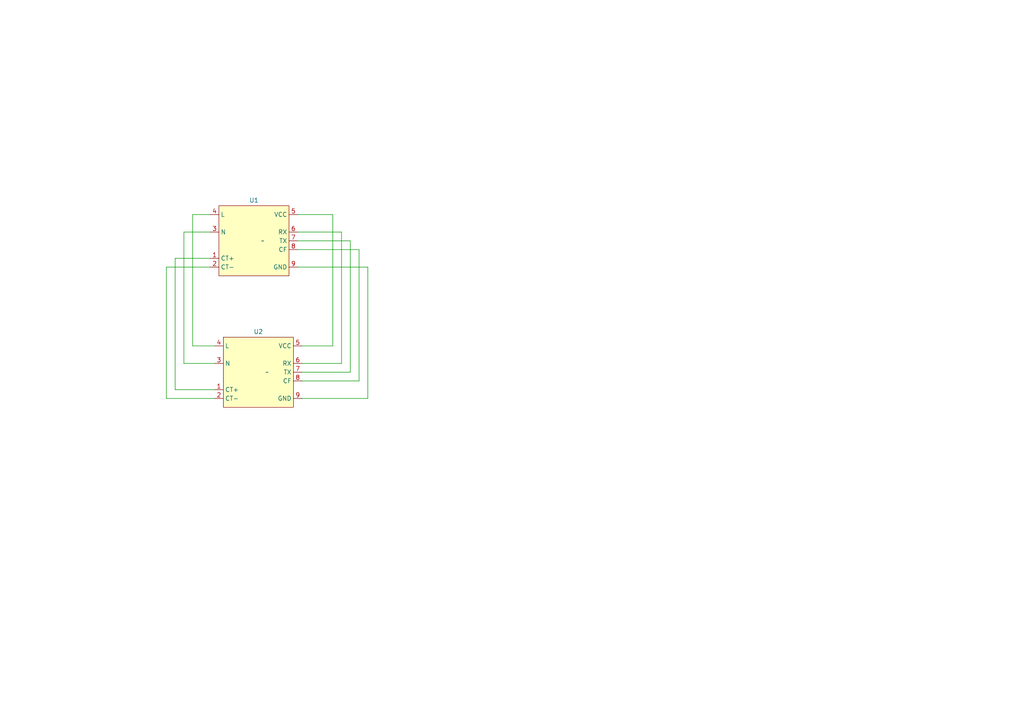
<source format=kicad_sch>
(kicad_sch (version 20230121) (generator eeschema)
  (paper "A4")
  (lib_symbols
    (symbol "custom:PZEM-004T-100A-D-P"
      (property "Reference" "U" (at -10.16 12.065 0))
      (symbol "PZEM-004T-100A-D-P_1_1"
        (rectangle (start -12.7 10.16) (end 7.62 -10.16) (fill (type background)))
        (pin input line (at -15.24 -5.08 0) (length 2.54) (name "CT+") (number "1"))
        (pin input line (at -15.24 -7.62 0) (length 2.54) (name "CT-") (number "2"))
        (pin input line (at -15.24 2.54 0) (length 2.54) (name "N") (number "3"))
        (pin input line (at -15.24 7.62 0) (length 2.54) (name "L") (number "4"))
        (pin power_in line (at 10.16 7.62 180) (length 2.54) (name "VCC") (number "5"))
        (pin open_collector line (at 10.16 2.54 180) (length 2.54) (name "RX") (number "6"))
        (pin open_collector line (at 10.16 0 180) (length 2.54) (name "TX") (number "7"))
        (pin open_collector line (at 10.16 -2.54 180) (length 2.54) (name "CF") (number "8"))
        (pin power_in line (at 10.16 -7.62 180) (length 2.54) (name "GND") (number "9"))
      )
    )
  )
  (wire (pts (xy 60.96 77.47) (xy 48.26 77.47)))
  (wire (pts (xy 55.88 62.23) (xy 60.96 62.23)))
  (wire (pts (xy 53.34 105.41) (xy 62.23 105.41)))
  (wire (pts (xy 104.14 72.39) (xy 104.14 110.49)))
  (wire (pts (xy 96.52 100.33) (xy 87.63 100.33)))
  (wire (pts (xy 53.34 67.31) (xy 53.34 105.41)))
  (wire (pts (xy 86.36 72.39) (xy 104.14 72.39)))
  (wire (pts (xy 50.8 113.03) (xy 50.8 74.93)))
  (wire (pts (xy 106.68 115.57) (xy 87.63 115.57)))
  (wire (pts (xy 104.14 110.49) (xy 87.63 110.49)))
  (wire (pts (xy 96.52 62.23) (xy 96.52 100.33)))
  (wire (pts (xy 48.26 115.57) (xy 62.23 115.57)))
  (wire (pts (xy 101.6 69.85) (xy 86.36 69.85)))
  (wire (pts (xy 86.36 67.31) (xy 99.06 67.31)))
  (wire (pts (xy 48.26 77.47) (xy 48.26 115.57)))
  (wire (pts (xy 62.23 100.33) (xy 55.88 100.33)))
  (wire (pts (xy 99.06 105.41) (xy 87.63 105.41)))
  (wire (pts (xy 106.68 77.47) (xy 106.68 115.57)))
  (wire (pts (xy 87.63 107.95) (xy 101.6 107.95)))
  (wire (pts (xy 99.06 67.31) (xy 99.06 105.41)))
  (wire (pts (xy 86.36 77.47) (xy 106.68 77.47)))
  (wire (pts (xy 50.8 74.93) (xy 60.96 74.93)))
  (wire (pts (xy 86.36 62.23) (xy 96.52 62.23)))
  (wire (pts (xy 101.6 107.95) (xy 101.6 69.85)))
  (wire (pts (xy 60.96 67.31) (xy 53.34 67.31)))
  (wire (pts (xy 62.23 113.03) (xy 50.8 113.03)))
  (wire (pts (xy 55.88 100.33) (xy 55.88 62.23)))
  (symbol (lib_id "custom:PZEM-004T-100A-D-P") (at 76.2 69.85 0) (unit 1)
    (property "Reference" "U1" (at 73.66 58.0969 0))
    (property "Value" "~" (at 76.2 69.85 0))
    (property "Footprint" "custom:PZEM-004T-100A-D-P" (effects hide))
  )
  (symbol (lib_id "custom:PZEM-004T-100A-D-P") (at 77.47 107.95 0) (unit 1)
    (property "Reference" "U2" (at 74.93 96.1969 0))
    (property "Value" "~" (at 77.47 107.95 0))
    (property "Footprint" "custom:PZEM Card-Edge" (effects hide))
  )
)
</source>
